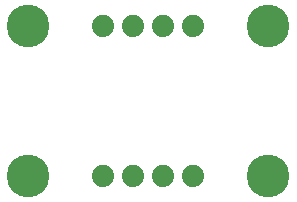
<source format=gbr>
G04 EAGLE Gerber RS-274X export*
G75*
%MOMM*%
%FSLAX34Y34*%
%LPD*%
%INSoldermask Bottom*%
%IPPOS*%
%AMOC8*
5,1,8,0,0,1.08239X$1,22.5*%
G01*
%ADD10C,3.617600*%
%ADD11C,1.879600*%


D10*
X25400Y152400D03*
X228600Y152400D03*
X25400Y25400D03*
X228600Y25400D03*
D11*
X165100Y25400D03*
X139700Y25400D03*
X114300Y25400D03*
X88900Y25400D03*
X88900Y152400D03*
X114300Y152400D03*
X139700Y152400D03*
X165100Y152400D03*
M02*

</source>
